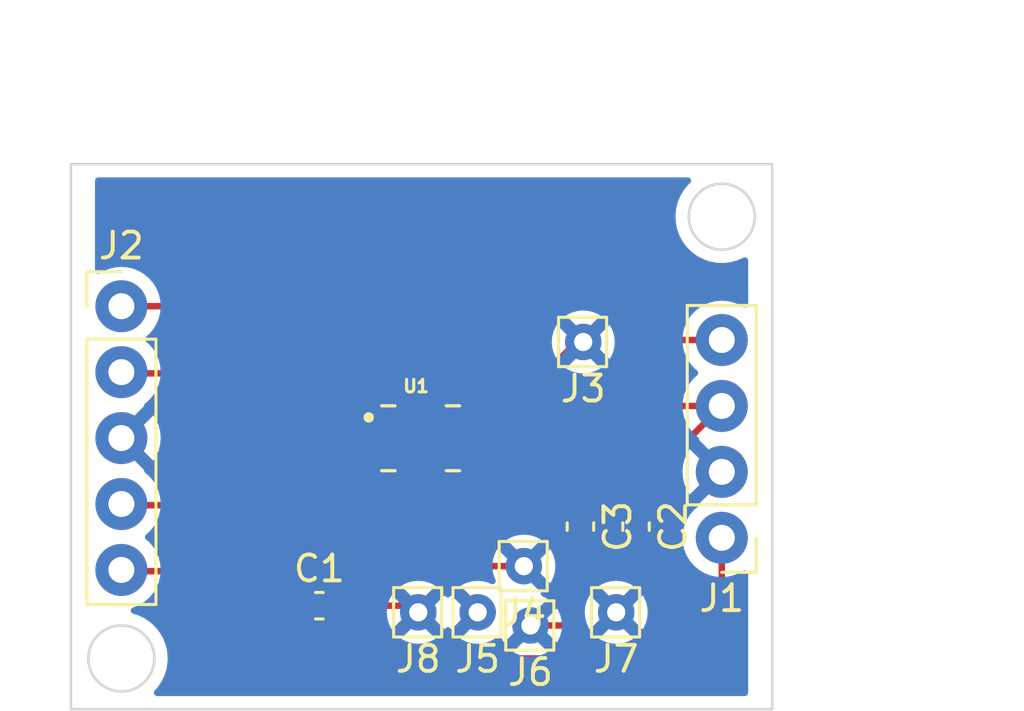
<source format=kicad_pcb>
(kicad_pcb (version 20211014) (generator pcbnew)
  (layers (0 "F.Cu" signal) (31 "B.Cu" signal) (34 "B.Paste" user) (35 "F.Paste" user) (36 "B.SilkS" user "B.Silkscreen") (37 "F.SilkS" user "F.Silkscreen") (38 "B.Mask" user) (39 "F.Mask" user) (44 "Edge.Cuts" user))
  (net 0 "")
  (net 1 "/3V3")
  (net 2 "GND")
  (net 3 "/AP_SCL{slash}AP_SCLK")
  (net 4 "/AP_SDA{slash}AP_SDIO{slash}AP_SDI")
  (net 5 "/AP_SDO{slash}AP_AD0")
  (net 6 "/AP_CS")
  (net 7 "/INT1{slash}INT")
  (net 8 "/INT2{slash}FSYNC{slash}CLKIN")
  (net 9 "unconnected-(U1-Pad10)")
  (net 10 "unconnected-(U1-Pad2)")
  (net 11 "unconnected-(U1-Pad3)")
  (footprint "Capacitor_SMD:C_0603_1608Metric_Pad1.08x0.95mm_HandSolder" (layer "F.Cu") (at 74.168 55.626)
    (fp_text reference "C1" (at 0 -1.43) (layer "F.SilkS"))
    (fp_text value "10n")
    (fp_line (start -0.146267 -0.51) (end 0.146267 -0.51) (layer "F.SilkS") (width 0.12))
    (fp_line (start -0.146267 0.51) (end 0.146267 0.51) (layer "F.SilkS") (width 0.12))
    (pad "1" smd roundrect (at -0.8625 0) (size 1.075 0.95) (layers "F.Cu" "F.Paste" "F.Mask") (net 1 "/3V3"))
    (pad "2" smd roundrect (at 0.8625 0) (size 1.075 0.95) (layers "F.Cu" "F.Paste" "F.Mask") (net 2 "GND"))
  )
  (footprint "Connector_Pin:Pin_D0.7mm_L6.5mm_W1.8mm_FlatFork" (layer "F.Cu") (at 82.042 54.102)
    (fp_text reference "J4" (at 0 1.8) (layer "F.SilkS"))
    (fp_text value "Conn_01x01")
    (fp_line (start -0.95 -0.95) (end -0.95 0.95) (layer "F.SilkS") (width 0.12))
    (fp_line (start -0.95 0.95) (end 0.9 0.95) (layer "F.SilkS") (width 0.12))
    (fp_line (start 0.9 0.95) (end 0.9 -0.9) (layer "F.SilkS") (width 0.12))
    (fp_line (start 0.9 -0.95) (end -0.95 -0.95) (layer "F.SilkS") (width 0.12))
    (fp_line (start 0.9 -0.9) (end 0.9 -0.95) (layer "F.SilkS") (width 0.12))
    (pad "1" thru_hole circle (at 0 0) (size 1.4 1.4) (drill 0.7) (layers *.Cu *.Mask) (net 2 "GND"))
  )
  (footprint "Connector_PinHeader_2.54mm:PinHeader_1x05_P2.54mm_Vertical" (layer "F.Cu") (at 66.548 44.08825)
    (fp_text reference "J2" (at 0 -2.33) (layer "F.SilkS"))
    (fp_text value "Conn_01x05")
    (fp_line (start -1.33 1.27) (end -1.33 11.49) (layer "F.SilkS") (width 0.12))
    (fp_line (start -1.33 0) (end -1.33 -1.33) (layer "F.SilkS") (width 0.12))
    (fp_line (start 1.33 1.27) (end 1.33 11.49) (layer "F.SilkS") (width 0.12))
    (fp_line (start -1.33 1.27) (end 1.33 1.27) (layer "F.SilkS") (width 0.12))
    (fp_line (start -1.33 11.49) (end 1.33 11.49) (layer "F.SilkS") (width 0.12))
    (fp_line (start -1.33 -1.33) (end 0 -1.33) (layer "F.SilkS") (width 0.12))
    (pad "1" thru_hole circle (at 0 0) (size 2 2) (drill 1) (layers *.Cu *.Mask) (net 6 "/AP_CS"))
    (pad "2" thru_hole circle (at 0 2.54) (size 2 2) (drill 1) (layers *.Cu *.Mask) (net 3 "/AP_SCL{slash}AP_SCLK"))
    (pad "3" thru_hole circle (at 0 5.08) (size 2 2) (drill 1) (layers *.Cu *.Mask) (net 2 "GND"))
    (pad "4" thru_hole circle (at 0 7.62) (size 2 2) (drill 1) (layers *.Cu *.Mask) (net 4 "/AP_SDA{slash}AP_SDIO{slash}AP_SDI"))
    (pad "5" thru_hole circle (at 0 10.16) (size 2 2) (drill 1) (layers *.Cu *.Mask) (net 5 "/AP_SDO{slash}AP_AD0"))
  )
  (footprint "Connector_Pin:Pin_D0.7mm_L6.5mm_W1.8mm_FlatFork" (layer "F.Cu") (at 77.978 55.88)
    (fp_text reference "J8" (at 0 1.8) (layer "F.SilkS"))
    (fp_text value "Conn_01x01")
    (fp_line (start 0.9 -0.9) (end 0.9 -0.95) (layer "F.SilkS") (width 0.12))
    (fp_line (start 0.9 -0.95) (end -0.95 -0.95) (layer "F.SilkS") (width 0.12))
    (fp_line (start -0.95 0.95) (end 0.9 0.95) (layer "F.SilkS") (width 0.12))
    (fp_line (start -0.95 -0.95) (end -0.95 0.95) (layer "F.SilkS") (width 0.12))
    (fp_line (start 0.9 0.95) (end 0.9 -0.9) (layer "F.SilkS") (width 0.12))
    (pad "1" thru_hole circle (at 0 0) (size 1.4 1.4) (drill 0.7) (layers *.Cu *.Mask) (net 2 "GND"))
  )
  (footprint "Capacitor_SMD:C_0603_1608Metric_Pad1.08x0.95mm_HandSolder" (layer "F.Cu") (at 86.36 52.578 -90)
    (fp_text reference "C2" (at 0 -1.43 90) (layer "F.SilkS"))
    (fp_text value "0.1u")
    (fp_line (start -0.146267 0.51) (end 0.146267 0.51) (layer "F.SilkS") (width 0.12))
    (fp_line (start -0.146267 -0.51) (end 0.146267 -0.51) (layer "F.SilkS") (width 0.12))
    (pad "1" smd roundrect (at -0.8625 0 270) (size 1.075 0.95) (layers "F.Cu" "F.Paste" "F.Mask") (net 1 "/3V3"))
    (pad "2" smd roundrect (at 0.8625 0 270) (size 1.075 0.95) (layers "F.Cu" "F.Paste" "F.Mask") (net 2 "GND"))
  )
  (footprint "Connector_Pin:Pin_D0.7mm_L6.5mm_W1.8mm_FlatFork" (layer "F.Cu") (at 82.296 56.388)
    (fp_text reference "J6" (at 0 1.8) (layer "F.SilkS"))
    (fp_text value "Conn_01x01")
    (fp_line (start -0.95 0.95) (end 0.9 0.95) (layer "F.SilkS") (width 0.12))
    (fp_line (start -0.95 -0.95) (end -0.95 0.95) (layer "F.SilkS") (width 0.12))
    (fp_line (start 0.9 0.95) (end 0.9 -0.9) (layer "F.SilkS") (width 0.12))
    (fp_line (start 0.9 -0.9) (end 0.9 -0.95) (layer "F.SilkS") (width 0.12))
    (fp_line (start 0.9 -0.95) (end -0.95 -0.95) (layer "F.SilkS") (width 0.12))
    (pad "1" thru_hole circle (at 0 0) (size 1.4 1.4) (drill 0.7) (layers *.Cu *.Mask) (net 2 "GND"))
  )
  (footprint "Connector_Pin:Pin_D0.7mm_L6.5mm_W1.8mm_FlatFork" (layer "F.Cu") (at 80.264 55.88)
    (fp_text reference "J5" (at 0 1.8) (layer "F.SilkS"))
    (fp_text value "Conn_01x01")
    (fp_line (start 0.9 0.95) (end 0.9 -0.9) (layer "F.SilkS") (width 0.12))
    (fp_line (start -0.95 0.95) (end 0.9 0.95) (layer "F.SilkS") (width 0.12))
    (fp_line (start 0.9 -0.9) (end 0.9 -0.95) (layer "F.SilkS") (width 0.12))
    (fp_line (start -0.95 -0.95) (end -0.95 0.95) (layer "F.SilkS") (width 0.12))
    (fp_line (start 0.9 -0.95) (end -0.95 -0.95) (layer "F.SilkS") (width 0.12))
    (pad "1" thru_hole circle (at 0 0) (size 1.4 1.4) (drill 0.7) (layers *.Cu *.Mask) (net 2 "GND"))
  )
  (footprint "ICM-42688-V:PQFN50P300X250X97-14N" (layer "F.Cu") (at 78.069499 49.175)
    (fp_text reference "U1" (at -0.176 -2.0048) (layer "F.SilkS") (effects (font (size 0.48 0.48))))
    (fp_text value "ICM-42688-V")
    (fp_line (start 1.5 1.25) (end 0.99 1.25) (layer "F.SilkS") (width 0.127))
    (fp_line (start -1.5 -1.25) (end -0.99 -1.25) (layer "F.SilkS") (width 0.127))
    (fp_line (start 0.99 -1.25) (end 1.5 -1.25) (layer "F.SilkS") (width 0.127))
    (fp_line (start -1.5 1.25) (end -0.99 1.25) (layer "F.SilkS") (width 0.127))
    (fp_circle (center -2 -0.8) (end -1.9 -0.8) (layer "F.SilkS") (width 0.2) (fill none))
    (pad "1" smd roundrect locked (at -1.165 -0.75) (size 0.59 0.35) (layers "F.Cu" "F.Paste") (roundrect_rratio 0.09) (net 5 "/AP_SDO{slash}AP_AD0"))
    (pad "2" smd roundrect locked (at -1.165 -0.25) (size 0.59 0.35) (layers "F.Cu" "F.Paste") (roundrect_rratio 0.09) (net 10 "unconnected-(U1-Pad2)"))
    (pad "3" smd roundrect locked (at -1.165 0.25) (size 0.59 0.35) (layers "F.Cu" "F.Paste") (roundrect_rratio 0.09) (net 11 "unconnected-(U1-Pad3)"))
    (pad "4" smd roundrect locked (at -1.165 0.75) (size 0.59 0.35) (layers "F.Cu" "F.Paste") (roundrect_rratio 0.09) (net 7 "/INT1{slash}INT"))
    (pad "5" smd roundrect locked (at -0.5 0.915 90) (size 0.59 0.35) (layers "F.Cu" "F.Paste") (roundrect_rratio 0.09) (net 1 "/3V3"))
    (pad "6" smd roundrect locked (at 0 0.915 90) (size 0.59 0.35) (layers "F.Cu" "F.Paste") (roundrect_rratio 0.09) (net 2 "GND"))
    (pad "7" smd roundrect locked (at 0.5 0.915 90) (size 0.59 0.35) (layers "F.Cu" "F.Paste") (roundrect_rratio 0.09) (net 2 "GND"))
    (pad "8" smd roundrect locked (at 1.165 0.75 180) (size 0.59 0.35) (layers "F.Cu" "F.Paste") (roundrect_rratio 0.09) (net 1 "/3V3"))
    (pad "9" smd roundrect locked (at 1.165 0.25 180) (size 0.59 0.35) (layers "F.Cu" "F.Paste") (roundrect_rratio 0.09) (net 8 "/INT2{slash}FSYNC{slash}CLKIN"))
    (pad "10" smd roundrect locked (at 1.165 -0.25 180) (size 0.59 0.35) (layers "F.Cu" "F.Paste") (roundrect_rratio 0.09) (net 9 "unconnected-(U1-Pad10)"))
    (pad "11" smd roundrect locked (at 1.165 -0.75 180) (size 0.59 0.35) (layers "F.Cu" "F.Paste") (roundrect_rratio 0.09) (net 2 "GND"))
    (pad "12" smd roundrect locked (at 0.5 -0.915 270) (size 0.59 0.35) (layers "F.Cu" "F.Paste") (roundrect_rratio 0.09) (net 6 "/AP_CS"))
    (pad "13" smd roundrect locked (at 0 -0.915 270) (size 0.59 0.35) (layers "F.Cu" "F.Paste") (roundrect_rratio 0.09) (net 3 "/AP_SCL{slash}AP_SCLK"))
    (pad "14" smd roundrect locked (at -0.5 -0.915 270) (size 0.59 0.35) (layers "F.Cu" "F.Paste") (roundrect_rratio 0.09) (net 4 "/AP_SDA{slash}AP_SDIO{slash}AP_SDI"))
  )
  (footprint "Connector_Pin:Pin_D0.7mm_L6.5mm_W1.8mm_FlatFork" (layer "F.Cu") (at 84.328 45.466)
    (fp_text reference "J3" (at 0 1.8) (layer "F.SilkS"))
    (fp_text value "Conn_01x01")
    (fp_line (start 0.9 -0.9) (end 0.9 -0.95) (layer "F.SilkS") (width 0.12))
    (fp_line (start -0.95 -0.95) (end -0.95 0.95) (layer "F.SilkS") (width 0.12))
    (fp_line (start 0.9 0.95) (end 0.9 -0.9) (layer "F.SilkS") (width 0.12))
    (fp_line (start -0.95 0.95) (end 0.9 0.95) (layer "F.SilkS") (width 0.12))
    (fp_line (start 0.9 -0.95) (end -0.95 -0.95) (layer "F.SilkS") (width 0.12))
    (pad "1" thru_hole circle (at 0 0) (size 1.4 1.4) (drill 0.7) (layers *.Cu *.Mask) (net 2 "GND"))
  )
  (footprint "Connector_PinHeader_2.54mm:PinHeader_1x04_P2.54mm_Vertical" (layer "F.Cu") (at 89.662 53.0105 180)
    (fp_text reference "J1" (at 0 -2.33) (layer "F.SilkS"))
    (fp_text value "Conn_01x04")
    (fp_line (start -1.33 8.95) (end 1.33 8.95) (layer "F.SilkS") (width 0.12))
    (fp_line (start -1.33 1.27) (end -1.33 8.95) (layer "F.SilkS") (width 0.12))
    (fp_line (start -1.33 -1.33) (end 0 -1.33) (layer "F.SilkS") (width 0.12))
    (fp_line (start -1.33 1.27) (end 1.33 1.27) (layer "F.SilkS") (width 0.12))
    (fp_line (start 1.33 1.27) (end 1.33 8.95) (layer "F.SilkS") (width 0.12))
    (fp_line (start -1.33 0) (end -1.33 -1.33) (layer "F.SilkS") (width 0.12))
    (pad "1" thru_hole circle (at 0 0 180) (size 2 2) (drill 1) (layers *.Cu *.Mask) (net 7 "/INT1{slash}INT"))
    (pad "2" thru_hole circle (at 0 2.54 180) (size 2 2) (drill 1) (layers *.Cu *.Mask) (net 2 "GND"))
    (pad "3" thru_hole circle (at 0 5.08 180) (size 2 2) (drill 1) (layers *.Cu *.Mask) (net 1 "/3V3"))
    (pad "4" thru_hole circle (at 0 7.62 180) (size 2 2) (drill 1) (layers *.Cu *.Mask) (net 8 "/INT2{slash}FSYNC{slash}CLKIN"))
  )
  (footprint "Connector_Pin:Pin_D0.7mm_L6.5mm_W1.8mm_FlatFork" (layer "F.Cu") (at 85.598 55.88)
    (fp_text reference "J7" (at 0 1.8) (layer "F.SilkS"))
    (fp_text value "Conn_01x01")
    (fp_line (start 0.9 -0.95) (end -0.95 -0.95) (layer "F.SilkS") (width 0.12))
    (fp_line (start 0.9 -0.9) (end 0.9 -0.95) (layer "F.SilkS") (width 0.12))
    (fp_line (start 0.9 0.95) (end 0.9 -0.9) (layer "F.SilkS") (width 0.12))
    (fp_line (start -0.95 0.95) (end 0.9 0.95) (layer "F.SilkS") (width 0.12))
    (fp_line (start -0.95 -0.95) (end -0.95 0.95) (layer "F.SilkS") (width 0.12))
    (pad "1" thru_hole circle (at 0 0) (size 1.4 1.4) (drill 0.7) (layers *.Cu *.Mask) (net 2 "GND"))
  )
  (footprint "Capacitor_SMD:C_0603_1608Metric_Pad1.08x0.95mm_HandSolder" (layer "F.Cu") (at 84.22 52.578 -90)
    (fp_text reference "C3" (at 0 -1.43 90) (layer "F.SilkS"))
    (fp_text value "2.2u")
    (fp_line (start -0.146267 0.51) (end 0.146267 0.51) (layer "F.SilkS") (width 0.12))
    (fp_line (start -0.146267 -0.51) (end 0.146267 -0.51) (layer "F.SilkS") (width 0.12))
    (pad "1" smd roundrect (at -0.8625 0 270) (size 1.075 0.95) (layers "F.Cu" "F.Paste" "F.Mask") (net 1 "/3V3"))
    (pad "2" smd roundrect (at 0.8625 0 270) (size 1.075 0.95) (layers "F.Cu" "F.Paste" "F.Mask") (net 2 "GND"))
  )
  (gr_circle (center 89.662 40.64) (end 90.932 40.64) (layer "Edge.Cuts") (width 0.1) (fill none))
  (gr_circle (center 66.548 57.658) (end 67.818 57.658) (layer "Edge.Cuts") (width 0.1) (fill none))
  (gr_rect (start 64.605 38.616) (end 91.605 59.616) (layer "Edge.Cuts") (width 0.1) (fill none))
  (segment (start 87.884 55.88) (end 87.884 54.864) (width 0.25) (layer "F.Cu") (net 1))
  (segment (start 86.61 57.154) (end 87.122 56.642) (width 0.25) (layer "F.Cu") (net 1))
  (segment (start 86.36 51.7155) (end 86.36 49.276) (width 0.25) (layer "F.Cu") (net 1))
  (segment (start 76.454 53.594) (end 77.569499 52.478501) (width 0.25) (layer "F.Cu") (net 1))
  (segment (start 73.3055 54.7105) (end 74.422 53.594) (width 0.25) (layer "F.Cu") (net 1))
  (segment (start 86.106 57.658) (end 73.914 57.658) (width 0.25) (layer "F.Cu") (net 1))
  (segment (start 73.3055 55.626) (end 73.3055 54.7105) (width 0.25) (layer "F.Cu") (net 1))
  (segment (start 87.122 56.642) (end 86.106 57.658) (width 0.25) (layer "F.Cu") (net 1))
  (segment (start 86.0305 51.562) (end 86.069 51.6005) (width 0.25) (layer "F.Cu") (net 1))
  (segment (start 74.422 53.594) (end 76.454 53.594) (width 0.25) (layer "F.Cu") (net 1))
  (segment (start 73.914 57.658) (end 73.3055 57.0495) (width 0.25) (layer "F.Cu") (net 1))
  (segment (start 87.884 54.864) (end 87.884 49.7085) (width 0.25) (layer "F.Cu") (net 1))
  (segment (start 77.569499 52.478501) (end 77.569499 50.09) (width 0.25) (layer "F.Cu") (net 1))
  (segment (start 86.36 49.276) (end 87.7055 47.9305) (width 0.25) (layer "F.Cu") (net 1))
  (segment (start 87.884 49.7085) (end 89.662 47.9305) (width 0.25) (layer "F.Cu") (net 1))
  (segment (start 87.7055 47.9305) (end 89.662 47.9305) (width 0.25) (layer "F.Cu") (net 1))
  (segment (start 81.167 49.925) (end 79.234499 49.925) (width 0.25) (layer "F.Cu") (net 1))
  (segment (start 87.122 56.642) (end 87.884 55.88) (width 0.25) (layer "F.Cu") (net 1))
  (segment (start 73.3055 57.0495) (end 73.3055 56.28) (width 0.25) (layer "F.Cu") (net 1))
  (segment (start 73.3055 56.28) (end 73.3055 55.4725) (width 0.25) (layer "F.Cu") (net 1))
  (segment (start 86.0305 51.562) (end 82.804 51.562) (width 0.25) (layer "F.Cu") (net 1))
  (segment (start 82.804 51.562) (end 81.167 49.925) (width 0.25) (layer "F.Cu") (net 1))
  (segment (start 87.884 55.372) (end 87.884 54.864) (width 0.25) (layer "F.Cu") (net 1))
  (segment (start 77.724 55.626) (end 77.978 55.88) (width 0.25) (layer "F.Cu") (net 2))
  (segment (start 78.069499 50.09) (end 78.069499 53.248501) (width 0.25) (layer "F.Cu") (net 2))
  (segment (start 80.01 53.848) (end 78.569499 52.407499) (width 0.25) (layer "F.Cu") (net 2))
  (segment (start 81.115 48.425) (end 82.804 46.736) (width 0.25) (layer "F.Cu") (net 2))
  (segment (start 75.0305 55.626) (end 77.724 55.626) (width 0.25) (layer "F.Cu") (net 2))
  (segment (start 86.36 55.118) (end 86.36 53.4405) (width 0.25) (layer "F.Cu") (net 2))
  (segment (start 78.069499 53.685499) (end 78.069499 53.248501) (width 0.25) (layer "F.Cu") (net 2))
  (segment (start 85.598 55.88) (end 86.36 55.118) (width 0.25) (layer "F.Cu") (net 2))
  (segment (start 84.074 45.466) (end 84.328 45.466) (width 0.25) (layer "F.Cu") (net 2))
  (segment (start 80.264 54.102) (end 80.01 53.848) (width 0.25) (layer "F.Cu") (net 2))
  (segment (start 84.22 55.734) (end 84.22 53.4405) (width 0.25) (layer "F.Cu") (net 2))
  (segment (start 80.264 55.88) (end 78.069499 53.685499) (width 0.25) (layer "F.Cu") (net 2))
  (segment (start 79.234499 48.425) (end 81.115 48.425) (width 0.25) (layer "F.Cu") (net 2))
  (segment (start 78.569499 52.407499) (end 78.569499 50.09) (width 0.25) (layer "F.Cu") (net 2))
  (segment (start 83.566 56.388) (end 84.22 55.734) (width 0.25) (layer "F.Cu") (net 2))
  (segment (start 81.788 54.102) (end 80.264 54.102) (width 0.25) (layer "F.Cu") (net 2))
  (segment (start 82.804 56.388) (end 83.566 56.388) (width 0.25) (layer "F.Cu") (net 2))
  (segment (start 82.804 46.736) (end 84.074 45.466) (width 0.25) (layer "F.Cu") (net 2))
  (segment (start 68.5195 46.6755) (end 66.548 46.6755) (width 0.25) (layer "F.Cu") (net 3))
  (segment (start 78.069499 43.017499) (end 77.216 42.164) (width 0.25) (layer "F.Cu") (net 3))
  (segment (start 78.069499 48.26) (end 78.069499 43.017499) (width 0.25) (layer "F.Cu") (net 3))
  (segment (start 73.031 42.164) (end 68.5195 46.6755) (width 0.25) (layer "F.Cu") (net 3))
  (segment (start 77.216 42.164) (end 73.031 42.164) (width 0.25) (layer "F.Cu") (net 3))
  (segment (start 69.596 47.244) (end 69.596 48.768) (width 0.25) (layer "F.Cu") (net 4))
  (segment (start 72.644 44.196) (end 69.596 47.244) (width 0.25) (layer "F.Cu") (net 4))
  (segment (start 69.596 48.006) (end 69.596 48.768) (width 0.25) (layer "F.Cu") (net 4))
  (segment (start 77.569499 45.819499) (end 75.946 44.196) (width 0.25) (layer "F.Cu") (net 4))
  (segment (start 69.596 48.768) (end 69.596 50.679) (width 0.25) (layer "F.Cu") (net 4))
  (segment (start 68.5195 51.7555) (end 66.548 51.7555) (width 0.25) (layer "F.Cu") (net 4))
  (segment (start 75.946 44.196) (end 72.644 44.196) (width 0.25) (layer "F.Cu") (net 4))
  (segment (start 77.569499 48.26) (end 77.569499 45.819499) (width 0.25) (layer "F.Cu") (net 4))
  (segment (start 69.596 50.679) (end 68.5195 51.7555) (width 0.25) (layer "F.Cu") (net 4))
  (segment (start 69.6565 54.2955) (end 66.548 54.2955) (width 0.25) (layer "F.Cu") (net 5))
  (segment (start 71.628 46.736) (end 70.612 47.752) (width 0.25) (layer "F.Cu") (net 5))
  (segment (start 72.898 46.736) (end 71.628 46.736) (width 0.25) (layer "F.Cu") (net 5))
  (segment (start 76.904499 48.425) (end 74.587 48.425) (width 0.25) (layer "F.Cu") (net 5))
  (segment (start 70.612 47.752) (end 70.612 53.34) (width 0.25) (layer "F.Cu") (net 5))
  (segment (start 74.587 48.425) (end 72.898 46.736) (width 0.25) (layer "F.Cu") (net 5))
  (segment (start 70.612 53.34) (end 69.6565 54.2955) (width 0.25) (layer "F.Cu") (net 5))
  (segment (start 80.264 42.164) (end 80.264 44.196) (width 0.25) (layer "F.Cu") (net 6))
  (segment (start 69.19575 44.08825) (end 72.136 41.148) (width 0.25) (layer "F.Cu") (net 6))
  (segment (start 78.569499 45.890501) (end 78.569499 48.26) (width 0.25) (layer "F.Cu") (net 6))
  (segment (start 80.264 42.164) (end 79.248 41.148) (width 0.25) (layer "F.Cu") (net 6))
  (segment (start 66.548 44.08825) (end 69.19575 44.08825) (width 0.25) (layer "F.Cu") (net 6))
  (segment (start 80.264 44.196) (end 78.569499 45.890501) (width 0.25) (layer "F.Cu") (net 6))
  (segment (start 72.136 41.148) (end 79.248 41.148) (width 0.25) (layer "F.Cu") (net 6))
  (segment (start 73.152 58.42) (end 71.628 56.896) (width 0.25) (layer "F.Cu") (net 7))
  (segment (start 74.789 49.925) (end 76.904499 49.925) (width 0.25) (layer "F.Cu") (net 7))
  (segment (start 89.662 56.642) (end 87.884 58.42) (width 0.25) (layer "F.Cu") (net 7))
  (segment (start 87.884 58.42) (end 73.152 58.42) (width 0.25) (layer "F.Cu") (net 7))
  (segment (start 71.628 53.086) (end 74.789 49.925) (width 0.25) (layer "F.Cu") (net 7))
  (segment (start 89.662 53.0105) (end 89.662 56.642) (width 0.25) (layer "F.Cu") (net 7))
  (segment (start 71.628 56.896) (end 71.628 53.086) (width 0.25) (layer "F.Cu") (net 7))
  (segment (start 87.9595 45.3905) (end 89.662 45.3905) (width 0.25) (layer "F.Cu") (net 8))
  (segment (start 87.4515 45.3905) (end 87.9595 45.3905) (width 0.25) (layer "F.Cu") (net 8))
  (segment (start 79.234499 49.425) (end 83.417 49.425) (width 0.25) (layer "F.Cu") (net 8))
  (segment (start 83.417 49.425) (end 87.4515 45.3905) (width 0.25) (layer "F.Cu") (net 8))
  (segment (start 79.234499 48.925) (end 82.707 48.925) (width 0.25) (layer "F.Cu") (net 9))
  (segment (start 76.904499 48.925) (end 73.055 48.925) (width 0.25) (layer "F.Cu") (net 10))
  (segment (start 76.904499 49.425) (end 73.003 49.425) (width 0.25) (layer "F.Cu") (net 11))
  (zone (net 2) (net_name "GND") (layer "B.Cu") (connect_pads (clearance 0.508)) (min_thickness 0.254) (fill yes (thermal_gap 0.508) (thermal_bridge_width 0.508))
    (polygon (pts (xy 90.678 59.436) (xy 65.532 59.436) (xy 65.532 38.608) (xy 90.678 38.608)))
  )
)
</source>
